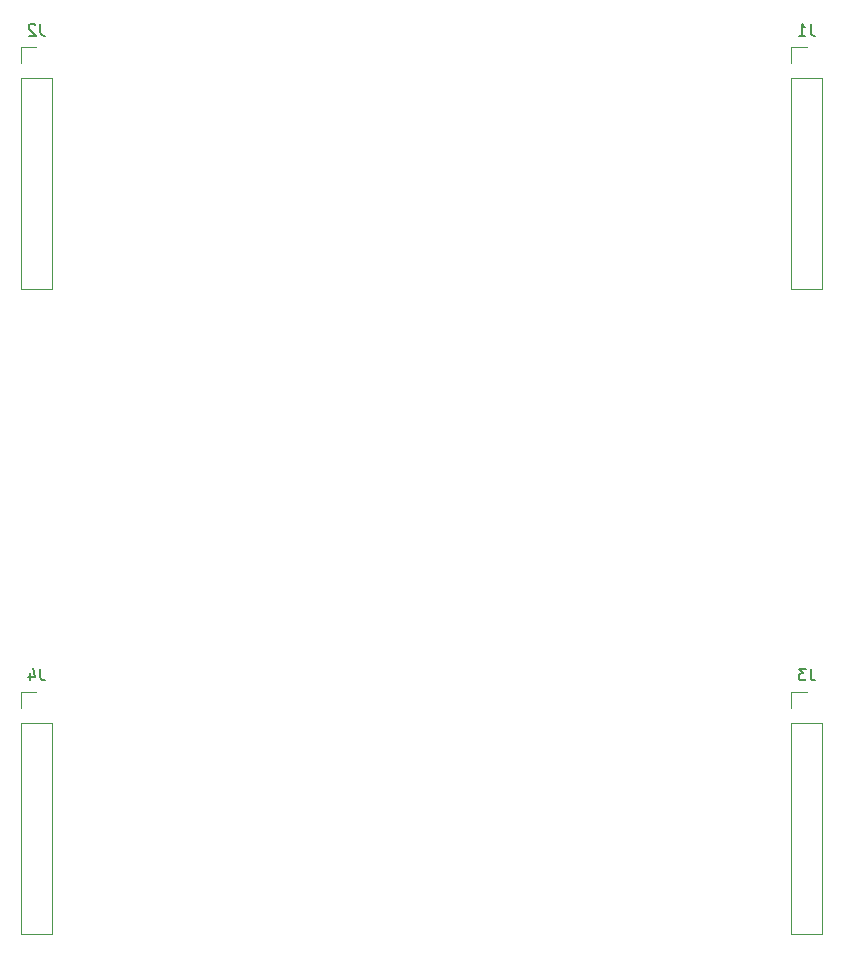
<source format=gbr>
%TF.GenerationSoftware,KiCad,Pcbnew,7.0.9*%
%TF.CreationDate,2024-02-02T16:30:56+00:00*%
%TF.ProjectId,QuadMod_Controls,51756164-4d6f-4645-9f43-6f6e74726f6c,rev?*%
%TF.SameCoordinates,Original*%
%TF.FileFunction,Legend,Bot*%
%TF.FilePolarity,Positive*%
%FSLAX46Y46*%
G04 Gerber Fmt 4.6, Leading zero omitted, Abs format (unit mm)*
G04 Created by KiCad (PCBNEW 7.0.9) date 2024-02-02 16:30:56*
%MOMM*%
%LPD*%
G01*
G04 APERTURE LIST*
%ADD10C,0.150000*%
%ADD11C,0.120000*%
G04 APERTURE END LIST*
D10*
X103033333Y-120284819D02*
X103033333Y-120999104D01*
X103033333Y-120999104D02*
X103080952Y-121141961D01*
X103080952Y-121141961D02*
X103176190Y-121237200D01*
X103176190Y-121237200D02*
X103319047Y-121284819D01*
X103319047Y-121284819D02*
X103414285Y-121284819D01*
X102128571Y-120618152D02*
X102128571Y-121284819D01*
X102366666Y-120237200D02*
X102604761Y-120951485D01*
X102604761Y-120951485D02*
X101985714Y-120951485D01*
X168233333Y-120284819D02*
X168233333Y-120999104D01*
X168233333Y-120999104D02*
X168280952Y-121141961D01*
X168280952Y-121141961D02*
X168376190Y-121237200D01*
X168376190Y-121237200D02*
X168519047Y-121284819D01*
X168519047Y-121284819D02*
X168614285Y-121284819D01*
X167852380Y-120284819D02*
X167233333Y-120284819D01*
X167233333Y-120284819D02*
X167566666Y-120665771D01*
X167566666Y-120665771D02*
X167423809Y-120665771D01*
X167423809Y-120665771D02*
X167328571Y-120713390D01*
X167328571Y-120713390D02*
X167280952Y-120761009D01*
X167280952Y-120761009D02*
X167233333Y-120856247D01*
X167233333Y-120856247D02*
X167233333Y-121094342D01*
X167233333Y-121094342D02*
X167280952Y-121189580D01*
X167280952Y-121189580D02*
X167328571Y-121237200D01*
X167328571Y-121237200D02*
X167423809Y-121284819D01*
X167423809Y-121284819D02*
X167709523Y-121284819D01*
X167709523Y-121284819D02*
X167804761Y-121237200D01*
X167804761Y-121237200D02*
X167852380Y-121189580D01*
X103033333Y-65684819D02*
X103033333Y-66399104D01*
X103033333Y-66399104D02*
X103080952Y-66541961D01*
X103080952Y-66541961D02*
X103176190Y-66637200D01*
X103176190Y-66637200D02*
X103319047Y-66684819D01*
X103319047Y-66684819D02*
X103414285Y-66684819D01*
X102604761Y-65780057D02*
X102557142Y-65732438D01*
X102557142Y-65732438D02*
X102461904Y-65684819D01*
X102461904Y-65684819D02*
X102223809Y-65684819D01*
X102223809Y-65684819D02*
X102128571Y-65732438D01*
X102128571Y-65732438D02*
X102080952Y-65780057D01*
X102080952Y-65780057D02*
X102033333Y-65875295D01*
X102033333Y-65875295D02*
X102033333Y-65970533D01*
X102033333Y-65970533D02*
X102080952Y-66113390D01*
X102080952Y-66113390D02*
X102652380Y-66684819D01*
X102652380Y-66684819D02*
X102033333Y-66684819D01*
X168233333Y-65684819D02*
X168233333Y-66399104D01*
X168233333Y-66399104D02*
X168280952Y-66541961D01*
X168280952Y-66541961D02*
X168376190Y-66637200D01*
X168376190Y-66637200D02*
X168519047Y-66684819D01*
X168519047Y-66684819D02*
X168614285Y-66684819D01*
X167233333Y-66684819D02*
X167804761Y-66684819D01*
X167519047Y-66684819D02*
X167519047Y-65684819D01*
X167519047Y-65684819D02*
X167614285Y-65827676D01*
X167614285Y-65827676D02*
X167709523Y-65922914D01*
X167709523Y-65922914D02*
X167804761Y-65970533D01*
D11*
%TO.C,J4*%
X101370000Y-122270000D02*
X101370000Y-123600000D01*
X104030000Y-124870000D02*
X101370000Y-124870000D01*
X101370000Y-124870000D02*
X101370000Y-142710000D01*
X104030000Y-142710000D02*
X101370000Y-142710000D01*
X104030000Y-124870000D02*
X104030000Y-142710000D01*
X102700000Y-122270000D02*
X101370000Y-122270000D01*
%TO.C,J3*%
X166570000Y-122270000D02*
X166570000Y-123600000D01*
X169230000Y-124870000D02*
X166570000Y-124870000D01*
X166570000Y-124870000D02*
X166570000Y-142710000D01*
X169230000Y-142710000D02*
X166570000Y-142710000D01*
X169230000Y-124870000D02*
X169230000Y-142710000D01*
X167900000Y-122270000D02*
X166570000Y-122270000D01*
%TO.C,J2*%
X101370000Y-67670000D02*
X101370000Y-69000000D01*
X104030000Y-70270000D02*
X101370000Y-70270000D01*
X101370000Y-70270000D02*
X101370000Y-88110000D01*
X104030000Y-88110000D02*
X101370000Y-88110000D01*
X104030000Y-70270000D02*
X104030000Y-88110000D01*
X102700000Y-67670000D02*
X101370000Y-67670000D01*
%TO.C,J1*%
X166570000Y-67670000D02*
X166570000Y-69000000D01*
X169230000Y-70270000D02*
X166570000Y-70270000D01*
X166570000Y-70270000D02*
X166570000Y-88110000D01*
X169230000Y-88110000D02*
X166570000Y-88110000D01*
X169230000Y-70270000D02*
X169230000Y-88110000D01*
X167900000Y-67670000D02*
X166570000Y-67670000D01*
%TD*%
M02*

</source>
